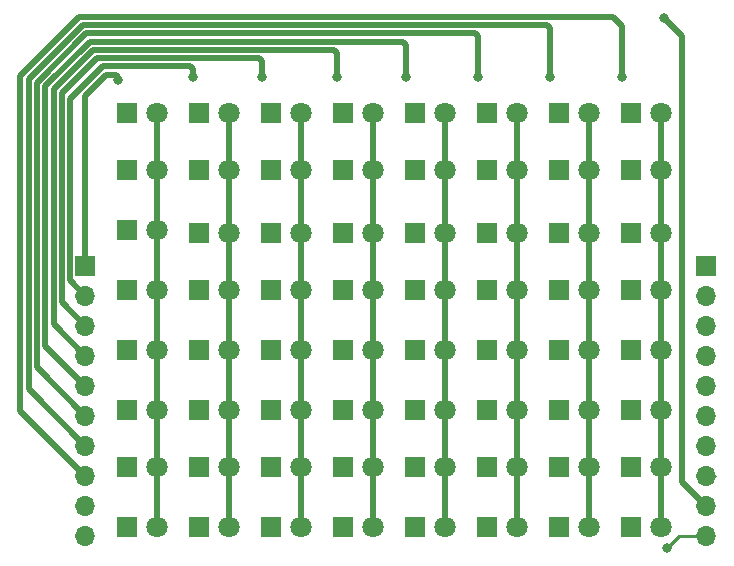
<source format=gbr>
%TF.GenerationSoftware,KiCad,Pcbnew,(5.1.8)-1*%
%TF.CreationDate,2021-12-10T09:09:34+01:00*%
%TF.ProjectId,FirePlaceLedmatrix,46697265-506c-4616-9365-4c65646d6174,rev?*%
%TF.SameCoordinates,Original*%
%TF.FileFunction,Copper,L1,Top*%
%TF.FilePolarity,Positive*%
%FSLAX46Y46*%
G04 Gerber Fmt 4.6, Leading zero omitted, Abs format (unit mm)*
G04 Created by KiCad (PCBNEW (5.1.8)-1) date 2021-12-10 09:09:34*
%MOMM*%
%LPD*%
G01*
G04 APERTURE LIST*
%TA.AperFunction,ComponentPad*%
%ADD10O,1.700000X1.700000*%
%TD*%
%TA.AperFunction,ComponentPad*%
%ADD11R,1.700000X1.700000*%
%TD*%
%TA.AperFunction,ComponentPad*%
%ADD12C,1.800000*%
%TD*%
%TA.AperFunction,ComponentPad*%
%ADD13R,1.800000X1.800000*%
%TD*%
%TA.AperFunction,ViaPad*%
%ADD14C,0.800000*%
%TD*%
%TA.AperFunction,Conductor*%
%ADD15C,0.500000*%
%TD*%
%TA.AperFunction,Conductor*%
%ADD16C,0.250000*%
%TD*%
G04 APERTURE END LIST*
D10*
%TO.P,J3,10*%
%TO.N,GND*%
X86360000Y-89916000D03*
%TO.P,J3,9*%
%TO.N,5V_In*%
X86360000Y-87376000D03*
%TO.P,J3,8*%
%TO.N,R7*%
X86360000Y-84836000D03*
%TO.P,J3,7*%
%TO.N,R6*%
X86360000Y-82296000D03*
%TO.P,J3,6*%
%TO.N,R5*%
X86360000Y-79756000D03*
%TO.P,J3,5*%
%TO.N,R4*%
X86360000Y-77216000D03*
%TO.P,J3,4*%
%TO.N,R3*%
X86360000Y-74676000D03*
%TO.P,J3,3*%
%TO.N,R2*%
X86360000Y-72136000D03*
%TO.P,J3,2*%
%TO.N,R1*%
X86360000Y-69596000D03*
D11*
%TO.P,J3,1*%
%TO.N,R0*%
X86360000Y-67056000D03*
%TD*%
D10*
%TO.P,J2,10*%
%TO.N,GND*%
X33782000Y-89916000D03*
%TO.P,J2,9*%
%TO.N,5V_In*%
X33782000Y-87376000D03*
%TO.P,J2,8*%
%TO.N,C7*%
X33782000Y-84836000D03*
%TO.P,J2,7*%
%TO.N,C6*%
X33782000Y-82296000D03*
%TO.P,J2,6*%
%TO.N,C5*%
X33782000Y-79756000D03*
%TO.P,J2,5*%
%TO.N,C4*%
X33782000Y-77216000D03*
%TO.P,J2,4*%
%TO.N,C3*%
X33782000Y-74676000D03*
%TO.P,J2,3*%
%TO.N,C2*%
X33782000Y-72136000D03*
%TO.P,J2,2*%
%TO.N,C1*%
X33782000Y-69596000D03*
D11*
%TO.P,J2,1*%
%TO.N,C0*%
X33782000Y-67056000D03*
%TD*%
D12*
%TO.P,D64,2*%
%TO.N,Net-(D16-Pad2)*%
X82550000Y-89154000D03*
D13*
%TO.P,D64,1*%
%TO.N,Net-(D57-Pad1)*%
X80010000Y-89154000D03*
%TD*%
D12*
%TO.P,D63,2*%
%TO.N,Net-(D15-Pad2)*%
X76454000Y-89154000D03*
D13*
%TO.P,D63,1*%
%TO.N,Net-(D57-Pad1)*%
X73914000Y-89154000D03*
%TD*%
D12*
%TO.P,D62,2*%
%TO.N,Net-(D14-Pad2)*%
X70358000Y-89154000D03*
D13*
%TO.P,D62,1*%
%TO.N,Net-(D57-Pad1)*%
X67818000Y-89154000D03*
%TD*%
D12*
%TO.P,D61,2*%
%TO.N,Net-(D13-Pad2)*%
X64262000Y-89154000D03*
D13*
%TO.P,D61,1*%
%TO.N,Net-(D57-Pad1)*%
X61722000Y-89154000D03*
%TD*%
D12*
%TO.P,D60,2*%
%TO.N,Net-(D12-Pad2)*%
X58166000Y-89154000D03*
D13*
%TO.P,D60,1*%
%TO.N,Net-(D57-Pad1)*%
X55626000Y-89154000D03*
%TD*%
D12*
%TO.P,D59,2*%
%TO.N,Net-(D11-Pad2)*%
X52070000Y-89154000D03*
D13*
%TO.P,D59,1*%
%TO.N,Net-(D57-Pad1)*%
X49530000Y-89154000D03*
%TD*%
D12*
%TO.P,D58,2*%
%TO.N,Net-(D10-Pad2)*%
X45974000Y-89154000D03*
D13*
%TO.P,D58,1*%
%TO.N,Net-(D57-Pad1)*%
X43434000Y-89154000D03*
%TD*%
D12*
%TO.P,D57,2*%
%TO.N,Net-(D1-Pad2)*%
X39878000Y-89154000D03*
D13*
%TO.P,D57,1*%
%TO.N,Net-(D57-Pad1)*%
X37338000Y-89154000D03*
%TD*%
D12*
%TO.P,D56,2*%
%TO.N,Net-(D16-Pad2)*%
X82550000Y-84074000D03*
D13*
%TO.P,D56,1*%
%TO.N,Net-(D49-Pad1)*%
X80010000Y-84074000D03*
%TD*%
D12*
%TO.P,D55,2*%
%TO.N,Net-(D15-Pad2)*%
X76454000Y-84074000D03*
D13*
%TO.P,D55,1*%
%TO.N,Net-(D49-Pad1)*%
X73914000Y-84074000D03*
%TD*%
D12*
%TO.P,D54,2*%
%TO.N,Net-(D14-Pad2)*%
X70358000Y-84074000D03*
D13*
%TO.P,D54,1*%
%TO.N,Net-(D49-Pad1)*%
X67818000Y-84074000D03*
%TD*%
D12*
%TO.P,D53,2*%
%TO.N,Net-(D13-Pad2)*%
X64262000Y-84074000D03*
D13*
%TO.P,D53,1*%
%TO.N,Net-(D49-Pad1)*%
X61722000Y-84074000D03*
%TD*%
D12*
%TO.P,D52,2*%
%TO.N,Net-(D12-Pad2)*%
X58166000Y-84074000D03*
D13*
%TO.P,D52,1*%
%TO.N,Net-(D49-Pad1)*%
X55626000Y-84074000D03*
%TD*%
D12*
%TO.P,D51,2*%
%TO.N,Net-(D11-Pad2)*%
X52070000Y-84074000D03*
D13*
%TO.P,D51,1*%
%TO.N,Net-(D49-Pad1)*%
X49530000Y-84074000D03*
%TD*%
D12*
%TO.P,D50,2*%
%TO.N,Net-(D10-Pad2)*%
X45974000Y-84074000D03*
D13*
%TO.P,D50,1*%
%TO.N,Net-(D49-Pad1)*%
X43434000Y-84074000D03*
%TD*%
D12*
%TO.P,D49,2*%
%TO.N,Net-(D1-Pad2)*%
X39878000Y-84074000D03*
D13*
%TO.P,D49,1*%
%TO.N,Net-(D49-Pad1)*%
X37338000Y-84074000D03*
%TD*%
D12*
%TO.P,D48,2*%
%TO.N,Net-(D16-Pad2)*%
X82550000Y-79248000D03*
D13*
%TO.P,D48,1*%
%TO.N,Net-(D41-Pad1)*%
X80010000Y-79248000D03*
%TD*%
D12*
%TO.P,D47,2*%
%TO.N,Net-(D15-Pad2)*%
X76454000Y-79248000D03*
D13*
%TO.P,D47,1*%
%TO.N,Net-(D41-Pad1)*%
X73914000Y-79248000D03*
%TD*%
D12*
%TO.P,D46,2*%
%TO.N,Net-(D14-Pad2)*%
X70358000Y-79248000D03*
D13*
%TO.P,D46,1*%
%TO.N,Net-(D41-Pad1)*%
X67818000Y-79248000D03*
%TD*%
D12*
%TO.P,D45,2*%
%TO.N,Net-(D13-Pad2)*%
X64262000Y-79248000D03*
D13*
%TO.P,D45,1*%
%TO.N,Net-(D41-Pad1)*%
X61722000Y-79248000D03*
%TD*%
D12*
%TO.P,D44,2*%
%TO.N,Net-(D12-Pad2)*%
X58166000Y-79248000D03*
D13*
%TO.P,D44,1*%
%TO.N,Net-(D41-Pad1)*%
X55626000Y-79248000D03*
%TD*%
D12*
%TO.P,D43,2*%
%TO.N,Net-(D11-Pad2)*%
X52070000Y-79248000D03*
D13*
%TO.P,D43,1*%
%TO.N,Net-(D41-Pad1)*%
X49530000Y-79248000D03*
%TD*%
D12*
%TO.P,D42,2*%
%TO.N,Net-(D10-Pad2)*%
X45974000Y-79248000D03*
D13*
%TO.P,D42,1*%
%TO.N,Net-(D41-Pad1)*%
X43434000Y-79248000D03*
%TD*%
D12*
%TO.P,D41,2*%
%TO.N,Net-(D1-Pad2)*%
X39878000Y-79248000D03*
D13*
%TO.P,D41,1*%
%TO.N,Net-(D41-Pad1)*%
X37338000Y-79248000D03*
%TD*%
D12*
%TO.P,D40,2*%
%TO.N,Net-(D16-Pad2)*%
X82550000Y-74168000D03*
D13*
%TO.P,D40,1*%
%TO.N,Net-(D33-Pad1)*%
X80010000Y-74168000D03*
%TD*%
D12*
%TO.P,D39,2*%
%TO.N,Net-(D15-Pad2)*%
X76454000Y-74168000D03*
D13*
%TO.P,D39,1*%
%TO.N,Net-(D33-Pad1)*%
X73914000Y-74168000D03*
%TD*%
D12*
%TO.P,D38,2*%
%TO.N,Net-(D14-Pad2)*%
X70358000Y-74168000D03*
D13*
%TO.P,D38,1*%
%TO.N,Net-(D33-Pad1)*%
X67818000Y-74168000D03*
%TD*%
D12*
%TO.P,D37,2*%
%TO.N,Net-(D13-Pad2)*%
X64262000Y-74168000D03*
D13*
%TO.P,D37,1*%
%TO.N,Net-(D33-Pad1)*%
X61722000Y-74168000D03*
%TD*%
D12*
%TO.P,D36,2*%
%TO.N,Net-(D12-Pad2)*%
X58166000Y-74168000D03*
D13*
%TO.P,D36,1*%
%TO.N,Net-(D33-Pad1)*%
X55626000Y-74168000D03*
%TD*%
D12*
%TO.P,D35,2*%
%TO.N,Net-(D11-Pad2)*%
X52070000Y-74168000D03*
D13*
%TO.P,D35,1*%
%TO.N,Net-(D33-Pad1)*%
X49530000Y-74168000D03*
%TD*%
D12*
%TO.P,D34,2*%
%TO.N,Net-(D10-Pad2)*%
X45974000Y-74168000D03*
D13*
%TO.P,D34,1*%
%TO.N,Net-(D33-Pad1)*%
X43434000Y-74168000D03*
%TD*%
D12*
%TO.P,D33,2*%
%TO.N,Net-(D1-Pad2)*%
X39878000Y-74168000D03*
D13*
%TO.P,D33,1*%
%TO.N,Net-(D33-Pad1)*%
X37338000Y-74168000D03*
%TD*%
D12*
%TO.P,D32,2*%
%TO.N,Net-(D16-Pad2)*%
X82550000Y-69088000D03*
D13*
%TO.P,D32,1*%
%TO.N,Net-(D25-Pad1)*%
X80010000Y-69088000D03*
%TD*%
D12*
%TO.P,D31,2*%
%TO.N,Net-(D15-Pad2)*%
X76454000Y-69088000D03*
D13*
%TO.P,D31,1*%
%TO.N,Net-(D25-Pad1)*%
X73914000Y-69088000D03*
%TD*%
D12*
%TO.P,D30,2*%
%TO.N,Net-(D14-Pad2)*%
X70358000Y-69088000D03*
D13*
%TO.P,D30,1*%
%TO.N,Net-(D25-Pad1)*%
X67818000Y-69088000D03*
%TD*%
D12*
%TO.P,D29,2*%
%TO.N,Net-(D13-Pad2)*%
X64262000Y-69088000D03*
D13*
%TO.P,D29,1*%
%TO.N,Net-(D25-Pad1)*%
X61722000Y-69088000D03*
%TD*%
D12*
%TO.P,D28,2*%
%TO.N,Net-(D12-Pad2)*%
X58166000Y-69088000D03*
D13*
%TO.P,D28,1*%
%TO.N,Net-(D25-Pad1)*%
X55626000Y-69088000D03*
%TD*%
D12*
%TO.P,D27,2*%
%TO.N,Net-(D11-Pad2)*%
X52070000Y-69088000D03*
D13*
%TO.P,D27,1*%
%TO.N,Net-(D25-Pad1)*%
X49530000Y-69088000D03*
%TD*%
D12*
%TO.P,D26,2*%
%TO.N,Net-(D10-Pad2)*%
X45974000Y-69088000D03*
D13*
%TO.P,D26,1*%
%TO.N,Net-(D25-Pad1)*%
X43434000Y-69088000D03*
%TD*%
D12*
%TO.P,D25,2*%
%TO.N,Net-(D1-Pad2)*%
X39878000Y-69088000D03*
D13*
%TO.P,D25,1*%
%TO.N,Net-(D25-Pad1)*%
X37338000Y-69088000D03*
%TD*%
D12*
%TO.P,D24,2*%
%TO.N,Net-(D16-Pad2)*%
X82550000Y-64262000D03*
D13*
%TO.P,D24,1*%
%TO.N,Net-(D17-Pad1)*%
X80010000Y-64262000D03*
%TD*%
D12*
%TO.P,D23,2*%
%TO.N,Net-(D15-Pad2)*%
X76454000Y-64262000D03*
D13*
%TO.P,D23,1*%
%TO.N,Net-(D17-Pad1)*%
X73914000Y-64262000D03*
%TD*%
D12*
%TO.P,D22,2*%
%TO.N,Net-(D14-Pad2)*%
X70358000Y-64262000D03*
D13*
%TO.P,D22,1*%
%TO.N,Net-(D17-Pad1)*%
X67818000Y-64262000D03*
%TD*%
D12*
%TO.P,D21,2*%
%TO.N,Net-(D13-Pad2)*%
X64262000Y-64262000D03*
D13*
%TO.P,D21,1*%
%TO.N,Net-(D17-Pad1)*%
X61722000Y-64262000D03*
%TD*%
D12*
%TO.P,D20,2*%
%TO.N,Net-(D12-Pad2)*%
X58166000Y-64262000D03*
D13*
%TO.P,D20,1*%
%TO.N,Net-(D17-Pad1)*%
X55626000Y-64262000D03*
%TD*%
D12*
%TO.P,D19,2*%
%TO.N,Net-(D11-Pad2)*%
X52070000Y-64262000D03*
D13*
%TO.P,D19,1*%
%TO.N,Net-(D17-Pad1)*%
X49530000Y-64262000D03*
%TD*%
D12*
%TO.P,D18,2*%
%TO.N,Net-(D10-Pad2)*%
X45974000Y-64262000D03*
D13*
%TO.P,D18,1*%
%TO.N,Net-(D17-Pad1)*%
X43434000Y-64262000D03*
%TD*%
D12*
%TO.P,D17,2*%
%TO.N,Net-(D1-Pad2)*%
X39878000Y-64008000D03*
D13*
%TO.P,D17,1*%
%TO.N,Net-(D17-Pad1)*%
X37338000Y-64008000D03*
%TD*%
D12*
%TO.P,D16,2*%
%TO.N,Net-(D16-Pad2)*%
X82550000Y-58928000D03*
D13*
%TO.P,D16,1*%
%TO.N,Net-(D10-Pad1)*%
X80010000Y-58928000D03*
%TD*%
D12*
%TO.P,D15,2*%
%TO.N,Net-(D15-Pad2)*%
X76454000Y-58928000D03*
D13*
%TO.P,D15,1*%
%TO.N,Net-(D10-Pad1)*%
X73914000Y-58928000D03*
%TD*%
D12*
%TO.P,D14,2*%
%TO.N,Net-(D14-Pad2)*%
X70358000Y-58928000D03*
D13*
%TO.P,D14,1*%
%TO.N,Net-(D10-Pad1)*%
X67818000Y-58928000D03*
%TD*%
D12*
%TO.P,D13,2*%
%TO.N,Net-(D13-Pad2)*%
X64262000Y-58928000D03*
D13*
%TO.P,D13,1*%
%TO.N,Net-(D10-Pad1)*%
X61722000Y-58928000D03*
%TD*%
D12*
%TO.P,D12,2*%
%TO.N,Net-(D12-Pad2)*%
X58166000Y-58928000D03*
D13*
%TO.P,D12,1*%
%TO.N,Net-(D10-Pad1)*%
X55626000Y-58928000D03*
%TD*%
D12*
%TO.P,D11,2*%
%TO.N,Net-(D11-Pad2)*%
X52070000Y-58928000D03*
D13*
%TO.P,D11,1*%
%TO.N,Net-(D10-Pad1)*%
X49530000Y-58928000D03*
%TD*%
D12*
%TO.P,D10,2*%
%TO.N,Net-(D10-Pad2)*%
X45974000Y-58928000D03*
D13*
%TO.P,D10,1*%
%TO.N,Net-(D10-Pad1)*%
X43434000Y-58928000D03*
%TD*%
D12*
%TO.P,D9,2*%
%TO.N,Net-(D1-Pad2)*%
X39878000Y-58928000D03*
D13*
%TO.P,D9,1*%
%TO.N,Net-(D10-Pad1)*%
X37338000Y-58928000D03*
%TD*%
D12*
%TO.P,D8,2*%
%TO.N,Net-(D16-Pad2)*%
X82550000Y-54102000D03*
D13*
%TO.P,D8,1*%
%TO.N,Net-(D1-Pad1)*%
X80010000Y-54102000D03*
%TD*%
D12*
%TO.P,D7,2*%
%TO.N,Net-(D15-Pad2)*%
X76454000Y-54102000D03*
D13*
%TO.P,D7,1*%
%TO.N,Net-(D1-Pad1)*%
X73914000Y-54102000D03*
%TD*%
D12*
%TO.P,D6,2*%
%TO.N,Net-(D14-Pad2)*%
X70358000Y-54102000D03*
D13*
%TO.P,D6,1*%
%TO.N,Net-(D1-Pad1)*%
X67818000Y-54102000D03*
%TD*%
D12*
%TO.P,D5,2*%
%TO.N,Net-(D13-Pad2)*%
X64262000Y-54102000D03*
D13*
%TO.P,D5,1*%
%TO.N,Net-(D1-Pad1)*%
X61722000Y-54102000D03*
%TD*%
D12*
%TO.P,D4,2*%
%TO.N,Net-(D12-Pad2)*%
X58166000Y-54102000D03*
D13*
%TO.P,D4,1*%
%TO.N,Net-(D1-Pad1)*%
X55626000Y-54102000D03*
%TD*%
D12*
%TO.P,D3,2*%
%TO.N,Net-(D11-Pad2)*%
X52070000Y-54102000D03*
D13*
%TO.P,D3,1*%
%TO.N,Net-(D1-Pad1)*%
X49530000Y-54102000D03*
%TD*%
D12*
%TO.P,D2,2*%
%TO.N,Net-(D10-Pad2)*%
X45974000Y-54102000D03*
D13*
%TO.P,D2,1*%
%TO.N,Net-(D1-Pad1)*%
X43434000Y-54102000D03*
%TD*%
D12*
%TO.P,D1,2*%
%TO.N,Net-(D1-Pad2)*%
X39878000Y-54102000D03*
D13*
%TO.P,D1,1*%
%TO.N,Net-(D1-Pad1)*%
X37338000Y-54102000D03*
%TD*%
D14*
%TO.N,GND*%
X83058000Y-90932000D03*
%TO.N,5V_In*%
X82796010Y-46116000D03*
%TO.N,C7*%
X79248000Y-51054000D03*
%TO.N,C6*%
X73152000Y-51054000D03*
%TO.N,C5*%
X67056000Y-51054000D03*
%TO.N,C4*%
X60960000Y-51054000D03*
%TO.N,C3*%
X55118000Y-51054000D03*
%TO.N,C2*%
X48768000Y-51054000D03*
%TO.N,C1*%
X42926000Y-51054000D03*
%TO.N,C0*%
X36576000Y-51308000D03*
%TD*%
D15*
%TO.N,Net-(D1-Pad2)*%
X39878000Y-54102000D02*
X39878000Y-89154000D01*
%TO.N,Net-(D10-Pad2)*%
X45974000Y-89154000D02*
X45974000Y-54102000D01*
%TO.N,Net-(D11-Pad2)*%
X52070000Y-54102000D02*
X52070000Y-89154000D01*
%TO.N,Net-(D12-Pad2)*%
X58166000Y-89154000D02*
X58166000Y-54102000D01*
%TO.N,Net-(D13-Pad2)*%
X64262000Y-54102000D02*
X64262000Y-89154000D01*
%TO.N,Net-(D14-Pad2)*%
X70358000Y-89154000D02*
X70358000Y-54102000D01*
%TO.N,Net-(D15-Pad2)*%
X76454000Y-54102000D02*
X76454000Y-89154000D01*
%TO.N,Net-(D16-Pad2)*%
X82550000Y-89154000D02*
X82550000Y-54102000D01*
D16*
%TO.N,GND*%
X84074000Y-89916000D02*
X83058000Y-90932000D01*
X86360000Y-89916000D02*
X84074000Y-89916000D01*
D15*
%TO.N,5V_In*%
X84328000Y-85344000D02*
X86360000Y-87376000D01*
X84253005Y-85269005D02*
X84328000Y-85344000D01*
X84253005Y-47572995D02*
X84253005Y-85269005D01*
X82796010Y-46116000D02*
X84253005Y-47572995D01*
%TO.N,C7*%
X79248000Y-51054000D02*
X79248000Y-46736000D01*
X79248000Y-46736000D02*
X78478010Y-45966010D01*
X33782000Y-84836000D02*
X28281939Y-79335939D01*
X33276329Y-45966010D02*
X34297990Y-45966010D01*
X28281939Y-50960400D02*
X33276329Y-45966010D01*
X28281939Y-79335939D02*
X28281939Y-50960400D01*
X78478010Y-45966010D02*
X34297990Y-45966010D01*
%TO.N,C6*%
X73152000Y-51054000D02*
X73152000Y-46920020D01*
X73152000Y-46920020D02*
X72898000Y-46666020D01*
X33782000Y-82296000D02*
X28981949Y-77495949D01*
X28981949Y-51250353D02*
X29686303Y-50546000D01*
X28981949Y-77495949D02*
X28981949Y-51250353D01*
X33566283Y-46666020D02*
X34982020Y-46666020D01*
X29686303Y-50546000D02*
X33566283Y-46666020D01*
X72898000Y-46666020D02*
X34982020Y-46666020D01*
%TO.N,C5*%
X67056000Y-51054000D02*
X67056000Y-47620030D01*
X67056000Y-47620030D02*
X66802000Y-47366030D01*
X33856235Y-47366030D02*
X34675970Y-47366030D01*
X29681959Y-51540306D02*
X33856235Y-47366030D01*
X29681959Y-75655959D02*
X29681959Y-51540306D01*
X33782000Y-79756000D02*
X29681959Y-75655959D01*
X66802000Y-47366030D02*
X34675970Y-47366030D01*
%TO.N,C4*%
X30381969Y-73815969D02*
X33782000Y-77216000D01*
X30381969Y-51830259D02*
X30381969Y-73815969D01*
X34146188Y-48066040D02*
X30381969Y-51830259D01*
X60706000Y-48066040D02*
X34146188Y-48066040D01*
X60960000Y-48320040D02*
X60706000Y-48066040D01*
X60960000Y-51054000D02*
X60960000Y-48320040D01*
%TO.N,C3*%
X31081979Y-71975979D02*
X33782000Y-74676000D01*
X31081979Y-52120212D02*
X31081979Y-71975979D01*
X34436141Y-48766050D02*
X31081979Y-52120212D01*
X54864000Y-48766050D02*
X34436141Y-48766050D01*
X55118000Y-49020050D02*
X54864000Y-48766050D01*
X55118000Y-51054000D02*
X55118000Y-49020050D01*
%TO.N,C2*%
X31781989Y-70135989D02*
X33782000Y-72136000D01*
X31781989Y-52410165D02*
X31781989Y-70135989D01*
X34726094Y-49466060D02*
X31781989Y-52410165D01*
X48514000Y-49466060D02*
X34726094Y-49466060D01*
X48768000Y-49720060D02*
X48514000Y-49466060D01*
X48768000Y-51054000D02*
X48768000Y-49720060D01*
%TO.N,C1*%
X42926000Y-50420070D02*
X42926000Y-51054000D01*
X42672000Y-50166070D02*
X42926000Y-50420070D01*
X35270047Y-50166070D02*
X42672000Y-50166070D01*
X32481999Y-52954118D02*
X35270047Y-50166070D01*
X32481999Y-68295999D02*
X32481999Y-52954118D01*
X33782000Y-69596000D02*
X32481999Y-68295999D01*
%TO.N,C0*%
X36576000Y-51054000D02*
X36388080Y-50866080D01*
X36576000Y-51308000D02*
X36576000Y-51054000D01*
X36388080Y-50866080D02*
X35560000Y-50866080D01*
X33782000Y-52644080D02*
X35560000Y-50866080D01*
X33782000Y-67056000D02*
X33782000Y-52644080D01*
D16*
%TO.N,R7*%
X87122000Y-84836000D02*
X86360000Y-84836000D01*
%TD*%
M02*

</source>
